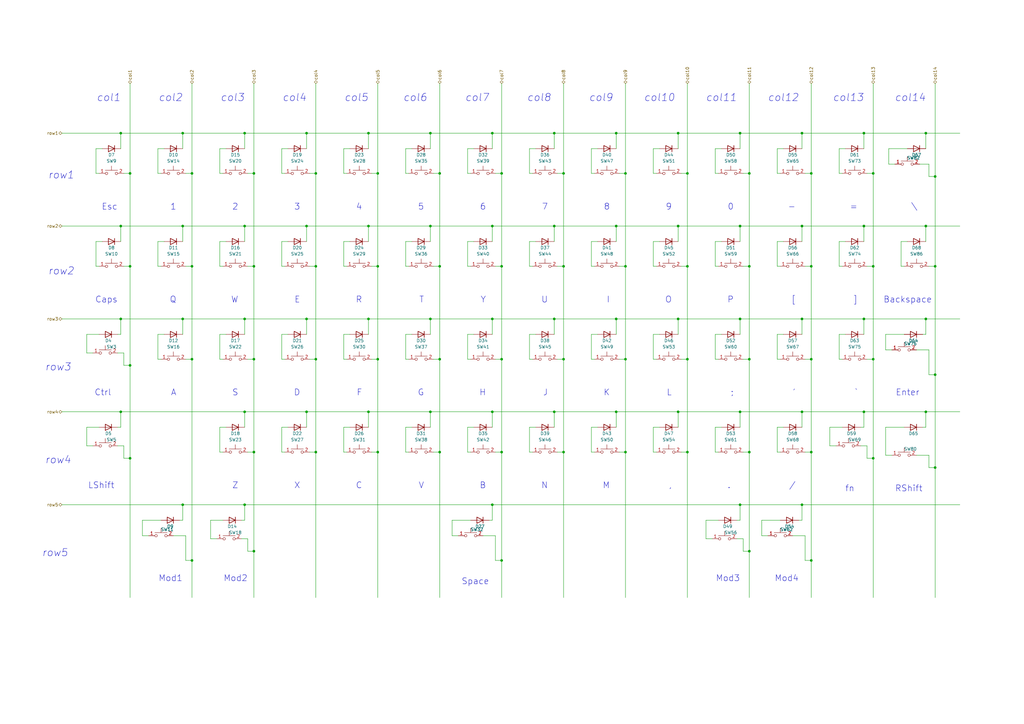
<source format=kicad_sch>
(kicad_sch (version 20211123) (generator eeschema)
  (paper "A3")
  (junction (at 205.74 229.87))
  (junction (at 383.54 153.67))
  (junction (at 125.73 92.71))
  (junction (at 176.53 168.91))
  (junction (at 104.14 109.22))
  (junction (at 100.33 168.91))
  (junction (at 78.74 109.22))
  (junction (at 180.34 147.32))
  (junction (at 379.73 168.91))
  (junction (at 176.53 54.61))
  (junction (at 354.33 54.61))
  (junction (at 205.74 71.12))
  (junction (at 358.14 187.96))
  (junction (at 328.93 92.71))
  (junction (at 129.54 109.22))
  (junction (at 154.94 71.12))
  (junction (at 354.33 130.81))
  (junction (at 303.53 168.91))
  (junction (at 332.74 109.22))
  (junction (at 180.34 71.12))
  (junction (at 358.14 147.32))
  (junction (at 201.93 207.01))
  (junction (at 53.34 71.12))
  (junction (at 256.54 185.42))
  (junction (at 303.53 207.01))
  (junction (at 256.54 71.12))
  (junction (at 383.54 109.22))
  (junction (at 379.73 92.71))
  (junction (at 53.34 109.22))
  (junction (at 307.34 147.32))
  (junction (at 205.74 109.22))
  (junction (at 307.34 109.22))
  (junction (at 205.74 147.32))
  (junction (at 227.33 92.71))
  (junction (at 383.54 72.39))
  (junction (at 201.93 168.91))
  (junction (at 154.94 185.42))
  (junction (at 227.33 54.61))
  (junction (at 252.73 54.61))
  (junction (at 278.13 54.61))
  (junction (at 129.54 147.32))
  (junction (at 49.53 168.91))
  (junction (at 227.33 130.81))
  (junction (at 328.93 168.91))
  (junction (at 100.33 54.61))
  (junction (at 303.53 92.71))
  (junction (at 49.53 130.81))
  (junction (at 278.13 168.91))
  (junction (at 100.33 207.01))
  (junction (at 303.53 130.81))
  (junction (at 201.93 130.81))
  (junction (at 74.93 207.01))
  (junction (at 383.54 191.77))
  (junction (at 227.33 168.91))
  (junction (at 332.74 147.32))
  (junction (at 104.14 147.32))
  (junction (at 49.53 92.71))
  (junction (at 332.74 185.42))
  (junction (at 176.53 92.71))
  (junction (at 201.93 92.71))
  (junction (at 151.13 92.71))
  (junction (at 125.73 130.81))
  (junction (at 252.73 130.81))
  (junction (at 78.74 147.32))
  (junction (at 104.14 226.06))
  (junction (at 49.53 54.61))
  (junction (at 104.14 185.42))
  (junction (at 303.53 54.61))
  (junction (at 281.94 185.42))
  (junction (at 328.93 54.61))
  (junction (at 281.94 109.22))
  (junction (at 125.73 168.91))
  (junction (at 151.13 54.61))
  (junction (at 231.14 185.42))
  (junction (at 281.94 147.32))
  (junction (at 53.34 149.86))
  (junction (at 307.34 71.12))
  (junction (at 104.14 71.12))
  (junction (at 151.13 130.81))
  (junction (at 154.94 147.32))
  (junction (at 201.93 54.61))
  (junction (at 129.54 71.12))
  (junction (at 354.33 168.91))
  (junction (at 358.14 109.22))
  (junction (at 180.34 185.42))
  (junction (at 53.34 187.96))
  (junction (at 125.73 54.61))
  (junction (at 278.13 130.81))
  (junction (at 78.74 71.12))
  (junction (at 332.74 229.87))
  (junction (at 151.13 168.91))
  (junction (at 78.74 229.87))
  (junction (at 379.73 130.81))
  (junction (at 328.93 130.81))
  (junction (at 256.54 147.32))
  (junction (at 231.14 109.22))
  (junction (at 74.93 54.61))
  (junction (at 354.33 92.71))
  (junction (at 176.53 130.81))
  (junction (at 74.93 130.81))
  (junction (at 74.93 92.71))
  (junction (at 307.34 226.06))
  (junction (at 129.54 185.42))
  (junction (at 332.74 71.12))
  (junction (at 307.34 185.42))
  (junction (at 100.33 92.71))
  (junction (at 278.13 92.71))
  (junction (at 256.54 109.22))
  (junction (at 358.14 71.12))
  (junction (at 379.73 54.61))
  (junction (at 154.94 109.22))
  (junction (at 100.33 130.81))
  (junction (at 252.73 92.71))
  (junction (at 231.14 147.32))
  (junction (at 252.73 168.91))
  (junction (at 281.94 71.12))
  (junction (at 231.14 71.12))
  (junction (at 180.34 109.22))
  (junction (at 205.74 185.42))
  (junction (at 328.93 207.01))
  (wire (pts (xy 90.17 60.96) (xy 90.17 71.12)))
  (wire (pts (xy 379.73 130.81) (xy 393.7 130.81)))
  (wire (pts (xy 355.6 147.32) (xy 358.14 147.32)))
  (wire (pts (xy 154.94 34.29) (xy 154.94 71.12)))
  (wire (pts (xy 180.34 71.12) (xy 180.34 109.22)))
  (wire (pts (xy 217.17 71.12) (xy 218.44 71.12)))
  (wire (pts (xy 293.37 60.96) (xy 293.37 71.12)))
  (wire (pts (xy 154.94 71.12) (xy 154.94 109.22)))
  (wire (pts (xy 353.06 182.88) (xy 355.6 182.88)))
  (wire (pts (xy 330.2 229.87) (xy 332.74 229.87)))
  (wire (pts (xy 228.6 185.42) (xy 231.14 185.42)))
  (wire (pts (xy 381 109.22) (xy 383.54 109.22)))
  (wire (pts (xy 140.97 147.32) (xy 142.24 147.32)))
  (wire (pts (xy 354.33 92.71) (xy 354.33 99.06)))
  (wire (pts (xy 100.33 130.81) (xy 100.33 137.16)))
  (wire (pts (xy 383.54 72.39) (xy 383.54 109.22)))
  (wire (pts (xy 217.17 99.06) (xy 217.17 109.22)))
  (wire (pts (xy 76.2 229.87) (xy 78.74 229.87)))
  (wire (pts (xy 227.33 54.61) (xy 252.73 54.61)))
  (wire (pts (xy 307.34 71.12) (xy 307.34 109.22)))
  (wire (pts (xy 379.73 92.71) (xy 393.7 92.71)))
  (wire (pts (xy 125.73 168.91) (xy 125.73 175.26)))
  (wire (pts (xy 203.2 147.32) (xy 205.74 147.32)))
  (wire (pts (xy 270.51 60.96) (xy 267.97 60.96)))
  (wire (pts (xy 191.77 185.42) (xy 193.04 185.42)))
  (wire (pts (xy 295.91 175.26) (xy 293.37 175.26)))
  (wire (pts (xy 118.11 60.96) (xy 115.57 60.96)))
  (wire (pts (xy 90.17 137.16) (xy 90.17 147.32)))
  (wire (pts (xy 330.2 109.22) (xy 332.74 109.22)))
  (wire (pts (xy 318.77 147.32) (xy 320.04 147.32)))
  (wire (pts (xy 76.2 147.32) (xy 78.74 147.32)))
  (wire (pts (xy 304.8 185.42) (xy 307.34 185.42)))
  (wire (pts (xy 118.11 175.26) (xy 115.57 175.26)))
  (wire (pts (xy 100.33 207.01) (xy 201.93 207.01)))
  (wire (pts (xy 252.73 130.81) (xy 278.13 130.81)))
  (wire (pts (xy 381 191.77) (xy 383.54 191.77)))
  (wire (pts (xy 203.2 71.12) (xy 205.74 71.12)))
  (wire (pts (xy 358.14 187.96) (xy 358.14 245.11)))
  (wire (pts (xy 231.14 109.22) (xy 231.14 147.32)))
  (wire (pts (xy 245.11 175.26) (xy 242.57 175.26)))
  (wire (pts (xy 115.57 109.22) (xy 116.84 109.22)))
  (wire (pts (xy 242.57 99.06) (xy 242.57 109.22)))
  (wire (pts (xy 293.37 99.06) (xy 293.37 109.22)))
  (wire (pts (xy 321.31 137.16) (xy 318.77 137.16)))
  (wire (pts (xy 252.73 168.91) (xy 278.13 168.91)))
  (wire (pts (xy 383.54 191.77) (xy 383.54 245.11)))
  (wire (pts (xy 25.4 207.01) (xy 74.93 207.01)))
  (wire (pts (xy 332.74 147.32) (xy 332.74 185.42)))
  (wire (pts (xy 307.34 147.32) (xy 307.34 185.42)))
  (wire (pts (xy 191.77 147.32) (xy 193.04 147.32)))
  (wire (pts (xy 25.4 92.71) (xy 49.53 92.71)))
  (wire (pts (xy 90.17 109.22) (xy 91.44 109.22)))
  (wire (pts (xy 278.13 54.61) (xy 303.53 54.61)))
  (wire (pts (xy 231.14 147.32) (xy 231.14 185.42)))
  (wire (pts (xy 379.73 175.26) (xy 379.73 168.91)))
  (wire (pts (xy 219.71 175.26) (xy 217.17 175.26)))
  (wire (pts (xy 53.34 149.86) (xy 53.34 187.96)))
  (wire (pts (xy 330.2 185.42) (xy 332.74 185.42)))
  (wire (pts (xy 383.54 153.67) (xy 383.54 191.77)))
  (wire (pts (xy 354.33 130.81) (xy 379.73 130.81)))
  (wire (pts (xy 332.74 34.29) (xy 332.74 71.12)))
  (wire (pts (xy 346.71 137.16) (xy 344.17 137.16)))
  (wire (pts (xy 345.44 175.26) (xy 340.36 175.26)))
  (wire (pts (xy 379.73 92.71) (xy 379.73 99.06)))
  (wire (pts (xy 281.94 71.12) (xy 281.94 109.22)))
  (wire (pts (xy 278.13 130.81) (xy 303.53 130.81)))
  (wire (pts (xy 267.97 71.12) (xy 269.24 71.12)))
  (wire (pts (xy 245.11 60.96) (xy 242.57 60.96)))
  (wire (pts (xy 358.14 109.22) (xy 358.14 147.32)))
  (wire (pts (xy 67.31 99.06) (xy 64.77 99.06)))
  (wire (pts (xy 180.34 147.32) (xy 180.34 185.42)))
  (wire (pts (xy 176.53 168.91) (xy 201.93 168.91)))
  (wire (pts (xy 194.31 99.06) (xy 191.77 99.06)))
  (wire (pts (xy 35.56 144.78) (xy 38.1 144.78)))
  (wire (pts (xy 193.04 213.36) (xy 185.42 213.36)))
  (wire (pts (xy 104.14 109.22) (xy 104.14 147.32)))
  (wire (pts (xy 332.74 71.12) (xy 332.74 109.22)))
  (wire (pts (xy 143.51 60.96) (xy 140.97 60.96)))
  (wire (pts (xy 321.31 99.06) (xy 318.77 99.06)))
  (wire (pts (xy 168.91 60.96) (xy 166.37 60.96)))
  (wire (pts (xy 328.93 130.81) (xy 354.33 130.81)))
  (wire (pts (xy 318.77 137.16) (xy 318.77 147.32)))
  (wire (pts (xy 64.77 71.12) (xy 66.04 71.12)))
  (wire (pts (xy 372.11 99.06) (xy 369.57 99.06)))
  (wire (pts (xy 129.54 185.42) (xy 129.54 245.11)))
  (wire (pts (xy 254 109.22) (xy 256.54 109.22)))
  (wire (pts (xy 176.53 54.61) (xy 201.93 54.61)))
  (wire (pts (xy 78.74 71.12) (xy 78.74 109.22)))
  (wire (pts (xy 383.54 34.29) (xy 383.54 72.39)))
  (wire (pts (xy 340.36 182.88) (xy 342.9 182.88)))
  (wire (pts (xy 217.17 60.96) (xy 217.17 71.12)))
  (wire (pts (xy 307.34 226.06) (xy 307.34 245.11)))
  (wire (pts (xy 180.34 185.42) (xy 180.34 245.11)))
  (wire (pts (xy 303.53 92.71) (xy 328.93 92.71)))
  (wire (pts (xy 383.54 109.22) (xy 383.54 153.67)))
  (wire (pts (xy 217.17 147.32) (xy 218.44 147.32)))
  (wire (pts (xy 231.14 71.12) (xy 231.14 109.22)))
  (wire (pts (xy 252.73 54.61) (xy 278.13 54.61)))
  (wire (pts (xy 252.73 130.81) (xy 252.73 137.16)))
  (wire (pts (xy 177.8 109.22) (xy 180.34 109.22)))
  (wire (pts (xy 245.11 137.16) (xy 242.57 137.16)))
  (wire (pts (xy 217.17 175.26) (xy 217.17 185.42)))
  (wire (pts (xy 104.14 34.29) (xy 104.14 71.12)))
  (wire (pts (xy 74.93 54.61) (xy 74.93 60.96)))
  (wire (pts (xy 281.94 147.32) (xy 281.94 185.42)))
  (wire (pts (xy 140.97 109.22) (xy 142.24 109.22)))
  (wire (pts (xy 256.54 109.22) (xy 256.54 147.32)))
  (wire (pts (xy 242.57 175.26) (xy 242.57 185.42)))
  (wire (pts (xy 198.12 219.71) (xy 203.2 219.71)))
  (wire (pts (xy 73.66 213.36) (xy 74.93 213.36)))
  (wire (pts (xy 363.22 143.51) (xy 365.76 143.51)))
  (wire (pts (xy 242.57 185.42) (xy 243.84 185.42)))
  (wire (pts (xy 278.13 92.71) (xy 303.53 92.71)))
  (wire (pts (xy 191.77 137.16) (xy 191.77 147.32)))
  (wire (pts (xy 201.93 54.61) (xy 201.93 60.96)))
  (wire (pts (xy 41.91 60.96) (xy 39.37 60.96)))
  (wire (pts (xy 180.34 34.29) (xy 180.34 71.12)))
  (wire (pts (xy 99.06 213.36) (xy 100.33 213.36)))
  (wire (pts (xy 242.57 109.22) (xy 243.84 109.22)))
  (wire (pts (xy 289.56 220.98) (xy 292.1 220.98)))
  (wire (pts (xy 74.93 92.71) (xy 74.93 99.06)))
  (wire (pts (xy 201.93 168.91) (xy 201.93 175.26)))
  (wire (pts (xy 231.14 185.42) (xy 231.14 245.11)))
  (wire (pts (xy 227.33 168.91) (xy 227.33 175.26)))
  (wire (pts (xy 231.14 34.29) (xy 231.14 71.12)))
  (wire (pts (xy 295.91 137.16) (xy 293.37 137.16)))
  (wire (pts (xy 281.94 109.22) (xy 281.94 147.32)))
  (wire (pts (xy 168.91 137.16) (xy 166.37 137.16)))
  (wire (pts (xy 177.8 185.42) (xy 180.34 185.42)))
  (wire (pts (xy 100.33 92.71) (xy 125.73 92.71)))
  (wire (pts (xy 67.31 60.96) (xy 64.77 60.96)))
  (wire (pts (xy 78.74 229.87) (xy 78.74 245.11)))
  (wire (pts (xy 58.42 213.36) (xy 58.42 219.71)))
  (wire (pts (xy 64.77 147.32) (xy 66.04 147.32)))
  (wire (pts (xy 328.93 54.61) (xy 354.33 54.61)))
  (wire (pts (xy 152.4 185.42) (xy 154.94 185.42)))
  (wire (pts (xy 293.37 175.26) (xy 293.37 185.42)))
  (wire (pts (xy 92.71 137.16) (xy 90.17 137.16)))
  (wire (pts (xy 332.74 229.87) (xy 332.74 245.11)))
  (wire (pts (xy 355.6 109.22) (xy 358.14 109.22)))
  (wire (pts (xy 278.13 54.61) (xy 278.13 60.96)))
  (wire (pts (xy 101.6 71.12) (xy 104.14 71.12)))
  (wire (pts (xy 228.6 71.12) (xy 231.14 71.12)))
  (wire (pts (xy 74.93 130.81) (xy 74.93 137.16)))
  (wire (pts (xy 303.53 130.81) (xy 328.93 130.81)))
  (wire (pts (xy 151.13 130.81) (xy 151.13 137.16)))
  (wire (pts (xy 318.77 71.12) (xy 320.04 71.12)))
  (wire (pts (xy 303.53 168.91) (xy 328.93 168.91)))
  (wire (pts (xy 53.34 109.22) (xy 53.34 149.86)))
  (wire (pts (xy 354.33 54.61) (xy 379.73 54.61)))
  (wire (pts (xy 151.13 168.91) (xy 151.13 175.26)))
  (wire (pts (xy 328.93 130.81) (xy 328.93 137.16)))
  (wire (pts (xy 191.77 175.26) (xy 191.77 185.42)))
  (wire (pts (xy 64.77 137.16) (xy 64.77 147.32)))
  (wire (pts (xy 152.4 147.32) (xy 154.94 147.32)))
  (wire (pts (xy 227.33 92.71) (xy 227.33 99.06)))
  (wire (pts (xy 48.26 137.16) (xy 49.53 137.16)))
  (wire (pts (xy 364.49 67.31) (xy 367.03 67.31)))
  (wire (pts (xy 25.4 54.61) (xy 49.53 54.61)))
  (wire (pts (xy 101.6 220.98) (xy 101.6 226.06)))
  (wire (pts (xy 289.56 213.36) (xy 289.56 220.98)))
  (wire (pts (xy 364.49 60.96) (xy 372.11 60.96)))
  (wire (pts (xy 358.14 71.12) (xy 358.14 109.22)))
  (wire (pts (xy 74.93 207.01) (xy 100.33 207.01)))
  (wire (pts (xy 303.53 54.61) (xy 303.53 60.96)))
  (wire (pts (xy 295.91 60.96) (xy 293.37 60.96)))
  (wire (pts (xy 293.37 185.42) (xy 294.64 185.42)))
  (wire (pts (xy 49.53 130.81) (xy 74.93 130.81)))
  (wire (pts (xy 74.93 54.61) (xy 100.33 54.61)))
  (wire (pts (xy 267.97 60.96) (xy 267.97 71.12)))
  (wire (pts (xy 346.71 60.96) (xy 344.17 60.96)))
  (wire (pts (xy 363.22 186.69) (xy 365.76 186.69)))
  (wire (pts (xy 49.53 54.61) (xy 49.53 60.96)))
  (wire (pts (xy 205.74 34.29) (xy 205.74 71.12)))
  (wire (pts (xy 318.77 109.22) (xy 320.04 109.22)))
  (wire (pts (xy 318.77 185.42) (xy 320.04 185.42)))
  (wire (pts (xy 101.6 226.06) (xy 104.14 226.06)))
  (wire (pts (xy 344.17 99.06) (xy 344.17 109.22)))
  (wire (pts (xy 152.4 109.22) (xy 154.94 109.22)))
  (wire (pts (xy 304.8 226.06) (xy 307.34 226.06)))
  (wire (pts (xy 281.94 34.29) (xy 281.94 71.12)))
  (wire (pts (xy 191.77 109.22) (xy 193.04 109.22)))
  (wire (pts (xy 381 143.51) (xy 381 153.67)))
  (wire (pts (xy 41.91 99.06) (xy 39.37 99.06)))
  (wire (pts (xy 125.73 130.81) (xy 125.73 137.16)))
  (wire (pts (xy 90.17 71.12) (xy 91.44 71.12)))
  (wire (pts (xy 256.54 71.12) (xy 256.54 109.22)))
  (wire (pts (xy 303.53 213.36) (xy 303.53 207.01)))
  (wire (pts (xy 151.13 54.61) (xy 151.13 60.96)))
  (wire (pts (xy 49.53 137.16) (xy 49.53 130.81)))
  (wire (pts (xy 129.54 109.22) (xy 129.54 147.32)))
  (wire (pts (xy 270.51 175.26) (xy 267.97 175.26)))
  (wire (pts (xy 228.6 147.32) (xy 231.14 147.32)))
  (wire (pts (xy 321.31 175.26) (xy 318.77 175.26)))
  (wire (pts (xy 325.12 219.71) (xy 330.2 219.71)))
  (wire (pts (xy 35.56 137.16) (xy 35.56 144.78)))
  (wire (pts (xy 219.71 60.96) (xy 217.17 60.96)))
  (wire (pts (xy 205.74 109.22) (xy 205.74 147.32)))
  (wire (pts (xy 50.8 109.22) (xy 53.34 109.22)))
  (wire (pts (xy 125.73 130.81) (xy 151.13 130.81)))
  (wire (pts (xy 176.53 130.81) (xy 176.53 137.16)))
  (wire (pts (xy 143.51 99.06) (xy 140.97 99.06)))
  (wire (pts (xy 166.37 71.12) (xy 167.64 71.12)))
  (wire (pts (xy 302.26 220.98) (xy 304.8 220.98)))
  (wire (pts (xy 191.77 99.06) (xy 191.77 109.22)))
  (wire (pts (xy 66.04 213.36) (xy 58.42 213.36)))
  (wire (pts (xy 379.73 54.61) (xy 393.7 54.61)))
  (wire (pts (xy 205.74 71.12) (xy 205.74 109.22)))
  (wire (pts (xy 242.57 60.96) (xy 242.57 71.12)))
  (wire (pts (xy 242.57 137.16) (xy 242.57 147.32)))
  (wire (pts (xy 344.17 109.22) (xy 345.44 109.22)))
  (wire (pts (xy 201.93 130.81) (xy 201.93 137.16)))
  (wire (pts (xy 203.2 185.42) (xy 205.74 185.42)))
  (wire (pts (xy 358.14 34.29) (xy 358.14 71.12)))
  (wire (pts (xy 278.13 92.71) (xy 278.13 99.06)))
  (wire (pts (xy 91.44 213.36) (xy 86.36 213.36)))
  (wire (pts (xy 140.97 71.12) (xy 142.24 71.12)))
  (wire (pts (xy 78.74 147.32) (xy 78.74 229.87)))
  (wire (pts (xy 74.93 92.71) (xy 100.33 92.71)))
  (wire (pts (xy 267.97 137.16) (xy 267.97 147.32)))
  (wire (pts (xy 100.33 54.61) (xy 125.73 54.61)))
  (wire (pts (xy 176.53 92.71) (xy 176.53 99.06)))
  (wire (pts (xy 104.14 71.12) (xy 104.14 109.22)))
  (wire (pts (xy 53.34 187.96) (xy 53.34 245.11)))
  (wire (pts (xy 256.54 147.32) (xy 256.54 185.42)))
  (wire (pts (xy 100.33 168.91) (xy 100.33 175.26)))
  (wire (pts (xy 100.33 168.91) (xy 125.73 168.91)))
  (wire (pts (xy 205.74 229.87) (xy 205.74 245.11)))
  (wire (pts (xy 92.71 175.26) (xy 90.17 175.26)))
  (wire (pts (xy 205.74 185.42) (xy 205.74 229.87)))
  (wire (pts (xy 370.84 175.26) (xy 363.22 175.26)))
  (wire (pts (xy 125.73 54.61) (xy 125.73 60.96)))
  (wire (pts (xy 318.77 99.06) (xy 318.77 109.22)))
  (wire (pts (xy 332.74 109.22) (xy 332.74 147.32)))
  (wire (pts (xy 201.93 92.71) (xy 227.33 92.71)))
  (wire (pts (xy 227.33 130.81) (xy 227.33 137.16)))
  (wire (pts (xy 50.8 182.88) (xy 50.8 187.96)))
  (wire (pts (xy 151.13 54.61) (xy 176.53 54.61)))
  (wire (pts (xy 219.71 99.06) (xy 217.17 99.06)))
  (wire (pts (xy 344.17 137.16) (xy 344.17 147.32)))
  (wire (pts (xy 354.33 92.71) (xy 379.73 92.71)))
  (wire (pts (xy 278.13 168.91) (xy 278.13 175.26)))
  (wire (pts (xy 293.37 147.32) (xy 294.64 147.32)))
  (wire (pts (xy 129.54 71.12) (xy 129.54 109.22)))
  (wire (pts (xy 194.31 175.26) (xy 191.77 175.26)))
  (wire (pts (xy 115.57 71.12) (xy 116.84 71.12)))
  (wire (pts (xy 176.53 168.91) (xy 176.53 175.26)))
  (wire (pts (xy 166.37 99.06) (xy 166.37 109.22)))
  (wire (pts (xy 328.93 168.91) (xy 328.93 175.26)))
  (wire (pts (xy 115.57 175.26) (xy 115.57 185.42)))
  (wire (pts (xy 176.53 130.81) (xy 201.93 130.81)))
  (wire (pts (xy 281.94 185.42) (xy 281.94 245.11)))
  (wire (pts (xy 166.37 185.42) (xy 167.64 185.42)))
  (wire (pts (xy 201.93 92.71) (xy 201.93 99.06)))
  (wire (pts (xy 168.91 99.06) (xy 166.37 99.06)))
  (wire (pts (xy 76.2 71.12) (xy 78.74 71.12)))
  (wire (pts (xy 39.37 71.12) (xy 40.64 71.12)))
  (wire (pts (xy 151.13 130.81) (xy 176.53 130.81)))
  (wire (pts (xy 166.37 147.32) (xy 167.64 147.32)))
  (wire (pts (xy 166.37 175.26) (xy 166.37 185.42)))
  (wire (pts (xy 279.4 185.42) (xy 281.94 185.42)))
  (wire (pts (xy 104.14 185.42) (xy 104.14 226.06)))
  (wire (pts (xy 125.73 92.71) (xy 125.73 99.06)))
  (wire (pts (xy 304.8 109.22) (xy 307.34 109.22)))
  (wire (pts (xy 67.31 137.16) (xy 64.77 137.16)))
  (wire (pts (xy 180.34 109.22) (xy 180.34 147.32)))
  (wire (pts (xy 205.74 147.32) (xy 205.74 185.42)))
  (wire (pts (xy 378.46 175.26) (xy 379.73 175.26)))
  (wire (pts (xy 140.97 99.06) (xy 140.97 109.22)))
  (wire (pts (xy 312.42 213.36) (xy 312.42 219.71)))
  (wire (pts (xy 303.53 92.71) (xy 303.53 99.06)))
  (wire (pts (xy 328.93 207.01) (xy 393.7 207.01)))
  (wire (pts (xy 217.17 109.22) (xy 218.44 109.22)))
  (wire (pts (xy 35.56 182.88) (xy 38.1 182.88)))
  (wire (pts (xy 90.17 99.06) (xy 90.17 109.22)))
  (wire (pts (xy 39.37 99.06) (xy 39.37 109.22)))
  (wire (pts (xy 125.73 168.91) (xy 151.13 168.91)))
  (wire (pts (xy 375.92 143.51) (xy 381 143.51)))
  (wire (pts (xy 344.17 71.12) (xy 345.44 71.12)))
  (wire (pts (xy 50.8 187.96) (xy 53.34 187.96)))
  (wire (pts (xy 49.53 175.26) (xy 49.53 168.91)))
  (wire (pts (xy 115.57 60.96) (xy 115.57 71.12)))
  (wire (pts (xy 78.74 34.29) (xy 78.74 71.12)))
  (wire (pts (xy 53.34 34.29) (xy 53.34 71.12)))
  (wire (pts (xy 358.14 147.32) (xy 358.14 187.96)))
  (wire (pts (xy 381 186.69) (xy 381 191.77)))
  (wire (pts (xy 152.4 71.12) (xy 154.94 71.12)))
  (wire (pts (xy 48.26 144.78) (xy 50.8 144.78)))
  (wire (pts (xy 318.77 60.96) (xy 318.77 71.12)))
  (wire (pts (xy 278.13 130.81) (xy 278.13 137.16)))
  (wire (pts (xy 200.66 213.36) (xy 201.93 213.36)))
  (wire (pts (xy 279.4 109.22) (xy 281.94 109.22)))
  (wire (pts (xy 194.31 60.96) (xy 191.77 60.96)))
  (wire (pts (xy 294.64 213.36) (xy 289.56 213.36)))
  (wire (pts (xy 369.57 109.22) (xy 370.84 109.22)))
  (wire (pts (xy 219.71 137.16) (xy 217.17 137.16)))
  (wire (pts (xy 332.74 185.42) (xy 332.74 229.87)))
  (wire (pts (xy 176.53 54.61) (xy 176.53 60.96)))
  (wire (pts (xy 78.74 109.22) (xy 78.74 147.32)))
  (wire (pts (xy 354.33 130.81) (xy 354.33 137.16)))
  (wire (pts (xy 363.22 175.26) (xy 363.22 186.69)))
  (wire (pts (xy 48.26 182.88) (xy 50.8 182.88)))
  (wire (pts (xy 50.8 71.12) (xy 53.34 71.12)))
  (wire (pts (xy 303.53 130.81) (xy 303.53 137.16)))
  (wire (pts (xy 127 109.22) (xy 129.54 109.22)))
  (wire (pts (xy 217.17 137.16) (xy 217.17 147.32)))
  (wire (pts (xy 49.53 54.61) (xy 74.93 54.61)))
  (wire (pts (xy 355.6 187.96) (xy 358.14 187.96)))
  (wire (pts (xy 344.17 147.32) (xy 345.44 147.32)))
  (wire (pts (xy 154.94 147.32) (xy 154.94 185.42)))
  (wire (pts (xy 381 67.31) (xy 381 72.39)))
  (wire (pts (xy 307.34 109.22) (xy 307.34 147.32)))
  (wire (pts (xy 381 72.39) (xy 383.54 72.39)))
  (wire (pts (xy 379.73 54.61) (xy 379.73 60.96)))
  (wire (pts (xy 363.22 137.16) (xy 363.22 143.51)))
  (wire (pts (xy 378.46 137.16) (xy 379.73 137.16)))
  (wire (pts (xy 252.73 92.71) (xy 252.73 99.06)))
  (wire (pts (xy 25.4 168.91) (xy 49.53 168.91)))
  (wire (pts (xy 100.33 54.61) (xy 100.33 60.96)))
  (wire (pts (xy 377.19 67.31) (xy 381 67.31)))
  (wire (pts (xy 369.57 99.06) (xy 369.57 109.22)))
  (wire (pts (xy 303.53 54.61) (xy 328.93 54.61)))
  (wire (pts (xy 267.97 185.42) (xy 269.24 185.42)))
  (wire (pts (xy 295.91 99.06) (xy 293.37 99.06)))
  (wire (pts (xy 354.33 168.91) (xy 379.73 168.91)))
  (wire (pts (xy 140.97 60.96) (xy 140.97 71.12)))
  (wire (pts (xy 303.53 168.91) (xy 303.53 175.26)))
  (wire (pts (xy 64.77 109.22) (xy 66.04 109.22)))
  (wire (pts (xy 50.8 144.78) (xy 50.8 149.86)))
  (wire (pts (xy 125.73 92.71) (xy 151.13 92.71)))
  (wire (pts (xy 166.37 60.96) (xy 166.37 71.12)))
  (wire (pts (xy 86.36 213.36) (xy 86.36 220.98)))
  (wire (pts (xy 254 185.42) (xy 256.54 185.42)))
  (wire (pts (xy 330.2 71.12) (xy 332.74 71.12)))
  (wire (pts (xy 267.97 147.32) (xy 269.24 147.32)))
  (wire (pts (xy 279.4 147.32) (xy 281.94 147.32)))
  (wire (pts (xy 118.11 137.16) (xy 115.57 137.16)))
  (wire (pts (xy 267.97 109.22) (xy 269.24 109.22)))
  (wire (pts (xy 203.2 219.71) (xy 203.2 229.87)))
  (wire (pts (xy 140.97 137.16) (xy 140.97 147.32)))
  (wire (pts (xy 176.53 92.71) (xy 201.93 92.71)))
  (wire (pts (xy 100.33 130.81) (xy 125.73 130.81)))
  (wire (pts (xy 227.33 54.61) (xy 227.33 60.96)))
  (wire (pts (xy 191.77 60.96) (xy 191.77 71.12)))
  (wire (pts (xy 364.49 67.31) (xy 364.49 60.96)))
  (wire (pts (xy 118.11 99.06) (xy 115.57 99.06)))
  (wire (pts (xy 140.97 175.26) (xy 140.97 185.42)))
  (wire (pts (xy 379.73 137.16) (xy 379.73 130.81)))
  (wire (pts (xy 71.12 219.71) (xy 76.2 219.71)))
  (wire (pts (xy 50.8 149.86) (xy 53.34 149.86)))
  (wire (pts (xy 381 153.67) (xy 383.54 153.67)))
  (wire (pts (xy 185.42 219.71) (xy 187.96 219.71)))
  (wire (pts (xy 115.57 147.32) (xy 116.84 147.32)))
  (wire (pts (xy 270.51 137.16) (xy 267.97 137.16)))
  (wire (pts (xy 312.42 219.71) (xy 314.96 219.71)))
  (wire (pts (xy 90.17 185.42) (xy 91.44 185.42)))
  (wire (pts (xy 321.31 60.96) (xy 318.77 60.96)))
  (wire (pts (xy 100.33 92.71) (xy 100.33 99.06)))
  (wire (pts (xy 228.6 109.22) (xy 231.14 109.22)))
  (wire (pts (xy 293.37 71.12) (xy 294.64 71.12)))
  (wire (pts (xy 304.8 147.32) (xy 307.34 147.32)))
  (wire (pts (xy 278.13 168.91) (xy 303.53 168.91)))
  (wire (pts (xy 40.64 137.16) (xy 35.56 137.16)))
  (wire (pts (xy 115.57 99.06) (xy 115.57 109.22)))
  (wire (pts (xy 39.37 60.96) (xy 39.37 71.12)))
  (wire (pts (xy 90.17 147.32) (xy 91.44 147.32)))
  (wire (pts (xy 303.53 207.01) (xy 328.93 207.01)))
  (wire (pts (xy 92.71 99.06) (xy 90.17 99.06)))
  (wire (pts (xy 101.6 147.32) (xy 104.14 147.32)))
  (wire (pts (xy 227.33 168.91) (xy 252.73 168.91)))
  (wire (pts (xy 256.54 185.42) (xy 256.54 245.11)))
  (wire (pts (xy 304.8 71.12) (xy 307.34 71.12)))
  (wire (pts (xy 127 185.42) (xy 129.54 185.42)))
  (wire (pts (xy 252.73 92.71) (xy 278.13 92.71)))
  (wire (pts (xy 100.33 213.36) (xy 100.33 207.01)))
  (wire (pts (xy 76.2 219.71) (xy 76.2 229.87)))
  (wire (pts (xy 330.2 147.32) (xy 332.74 147.32)))
  (wire (pts (xy 127 71.12) (xy 129.54 71.12)))
  (wire (pts (xy 302.26 213.36) (xy 303.53 213.36)))
  (wire (pts (xy 48.26 175.26) (xy 49.53 175.26)))
  (wire (pts (xy 151.13 92.71) (xy 176.53 92.71)))
  (wire (pts (xy 340.36 175.26) (xy 340.36 182.88)))
  (wire (pts (xy 74.93 130.81) (xy 100.33 130.81)))
  (wire (pts (xy 166.37 137.16) (xy 166.37 147.32)))
  (wire (pts (xy 254 71.12) (xy 256.54 71.12)))
  (wire (pts (xy 252.73 168.91) (xy 252.73 175.26)))
  (wire (pts (xy 355.6 182.88) (xy 355.6 187.96)))
  (wire (pts (xy 35.56 175.26) (xy 35.56 182.88)))
  (wire (pts (xy 143.51 137.16) (xy 140.97 137.16)))
  (wire (pts (xy 267.97 175.26) (xy 267.97 185.42)))
  (wire (pts (xy 101.6 109.22) (xy 104.14 109.22)))
  (wire (pts (xy 330.2 219.71) (xy 330.2 229.87)))
  (wire (pts (xy 40.64 175.26) (xy 35.56 175.26)))
  (wire (pts (xy 104.14 147.32) (xy 104.14 185.42)))
  (wire (pts (xy 64.77 99.06) (xy 64.77 109.22)))
  (wire (pts (xy 254 147.32) (xy 256.54 147.32)))
  (wire (pts (xy 227.33 92.71) (xy 252.73 92.71)))
  (wire (pts (xy 227.33 130.81) (xy 252.73 130.81)))
  (wire (pts (xy 203.2 229.87) (xy 205.74 229.87)))
  (wire (pts (xy 256.54 34.29) (xy 256.54 71.12)))
  (wire (pts (xy 328.93 92.71) (xy 354.33 92.71)))
  (wire (pts (xy 293.37 109.22) (xy 294.64 109.22)))
  (wire (pts (xy 127 147.32) (xy 129.54 147.32)))
  (wire (pts (xy 154.94 185.42) (xy 154.94 245.11)))
  (wire (pts (xy 355.6 71.12) (xy 358.14 71.12)))
  (wire (pts (xy 327.66 213.36) (xy 328.93 213.36)))
  (wire (pts (xy 53.34 71.12) (xy 53.34 109.22)))
  (wire (pts (xy 151.13 168.91) (xy 176.53 168.91)))
  (wire (pts (xy 201.93 207.01) (xy 303.53 207.01)))
  (wire (pts (xy 328.93 168.91) (xy 354.33 168.91)))
  (wire (pts (xy 58.42 219.71) (xy 60.96 219.71)))
  (wire (pts (xy 270.51 99.06) (xy 267.97 99.06)))
  (wire (pts (xy 166.37 109.22) (xy 167.64 109.22)))
  (wire (pts (xy 129.54 34.29) (xy 129.54 71.12)))
  (wire (pts (xy 194.31 137.16) (xy 191.77 137.16)))
  (wire (pts (xy 320.04 213.36) (xy 312.42 213.36)))
  (wire (pts (xy 201.93 168.91) (xy 227.33 168.91)))
  (wire (pts (xy 129.54 147.32) (xy 129.54 185.42)))
  (wire (pts (xy 245.11 99.06) (xy 242.57 99.06)))
  (wire (pts (xy 49.53 92.71) (xy 74.93 92.71)))
  (wire (pts (xy 125.73 54.61) (xy 151.13 54.61)))
  (wire (pts (xy 344.17 60.96) (xy 344.17 71.12)))
  (wire (pts (xy 267.97 99.06) (xy 267.97 109.22)))
  (wire (pts (xy 346.71 99.06) (xy 344.17 99.06)))
  (wire (pts (xy 370.84 137.16) (xy 363.22 137.16)))
  (wire (pts (xy 328.93 92.71) (xy 328.93 99.06)))
  (wire (pts (xy 115.57 137.16) (xy 115.57 147.32)))
  (wire (pts (xy 140.97 185.42) (xy 142.24 185.42)))
  (wire (pts (xy 242.57 147.32) (xy 243.84 147.32)))
  (wire (pts (xy 168.91 175.26) (xy 166.37 175.26)))
  (wire (pts (xy 86.36 220.98) (xy 88.9 220.98)))
  (wire (pts (xy 279.4 71.12) (xy 281.94 71.12)))
  (wire (pts (xy 74.93 213.36) (xy 74.93 207.01)))
  (wire (pts (xy 90.17 175.26) (xy 90.17 185.42)))
  (wire (pts (xy 379.73 168.91) (xy 393.7 168.91)))
  (wire (pts (xy 328.93 213.36) (xy 328.93 207.01)))
  (wire (pts (xy 151.13 92.71) (xy 151.13 99.06)))
  (wire (pts (xy 64.77 60.96) (xy 64.77 71.12)))
  (wire (pts (xy 154.94 109.22) (xy 154.94 147.32)))
  (wire (pts (xy 354.33 54.61) (xy 354.33 60.96)))
  (wire (pts (xy 307.34 34.29) (xy 307.34 71.12)))
  (wire (pts (xy 375.92 186.69) (xy 381 186.69)))
  (wire (pts (xy 177.8 147.32) (xy 180.34 147.32)))
  (wire (pts (xy 318.77 175.26) (xy 318.77 185.42)))
  (wire (pts (xy 293.37 137.16) (xy 293.37 147.32)))
  (wire (pts (xy 143.51 175.26) (xy 140.97 175.26)))
  (wire (pts (xy 307.34 185.42) (xy 307.34 226.06)))
  (wire (pts (xy 76.2 109.22) (xy 78.74 109.22)))
  (wire (pts (xy 354.33 175.26) (xy 354.33 168.91)))
  (wire (pts (xy 104.14 226.06) (xy 104.14 245.11)))
  (wire (pts (xy 201.93 213.36) (xy 201.93 207.01)))
  (wire (pts (xy 49.53 168.91) (xy 100.33 168.91)))
  (wire (pts (xy 39.37 109.22) (xy 40.64 109.22)))
  (wire (pts (xy 252.73 54.61) (xy 252.73 60.96)))
  (wire (pts (xy 191.77 71.12) (xy 193.04 71.12)))
  (wire (pts (xy 328.93 54.61) (xy 328.93 60.96)))
  (wire (pts (xy 353.06 175.26) (xy 354.33 175.26)))
  (wire (pts (xy 201.93 54.61) (xy 227.33 54.61)))
  (wire (pts (xy 25.4 130.81) (xy 49.53 130.81)))
  (wire (pts (xy 201.93 130.81) (xy 227.33 130.81)))
  (wire (pts (xy 304.8 220.98) (xy 304.8 226.06)))
  (wire (pts (xy 185.42 213.36) (xy 185.42 219.71)))
  (wire (pts (xy 101.6 185.42) (xy 104.14 185.42)))
  (wire (pts (xy 115.57 185.42) (xy 116.84 185.42)))
  (wire (pts (xy 49.53 92.71) (xy 49.53 99.06)))
  (wire (pts (xy 92.71 60.96) (xy 90.17 60.96)))
  (wire (pts (xy 99.06 220.98) (xy 101.6 220.98)))
  (wire (pts (xy 203.2 109.22) (xy 205.74 109.22)))
  (wire (pts (xy 242.57 71.12) (xy 243.84 71.12)))
  (wire (pts (xy 177.8 71.12) (xy 180.34 71.12)))
  (wire (pts (xy 217.17 185.42) (xy 218.44 185.42)))
  (text "col1" (at 49.53 41.91 180) (effects (font (size 3 3) italic) (justify right bottom)))
  (text "`" (at 351.79 162.56 180) (effects (font (size 2.5 2.5)) (justify right bottom)))
  (text "'" (at 326.39 162.56 180) (effects (font (size 2.5 2.5)) (justify right bottom)))
  (text "col3" (at 100.33 41.91 180) (effects (font (size 3 3) italic) (justify right bottom)))
  (text "=" (at 351.79 86.36 180) (effects (font (size 2.5 2.5)) (justify right bottom)))
  (text "Mod2" (at 101.6 238.76 180) (effects (font (size 2.5 2.5)) (justify right bottom)))
  (text "row1" (at 30.48 73.66 180) (effects (font (size 3 3) italic) (justify right bottom)))
  (text "col9" (at 251.46 41.91 180) (effects (font (size 3 3) italic) (justify right bottom)))
  (text "col6" (at 175.26 41.91 180) (effects (font (size 3 3) italic) (justify right bottom)))
  (text "9" (at 275.59 86.36 180) (effects (font (size 2.5 2.5)) (justify right bottom)))
  (text "G" (at 173.99 162.56 180) (effects (font (size 2.5 2.5)) (justify right bottom)))
  (text "N" (at 224.79 200.66 180) (effects (font (size 2.5 2.5)) (justify right bottom)))
  (text "H" (at 199.39 162.56 180) (effects (font (size 2.5 2.5)) (justify right bottom)))
  (text "Mod3" (at 303.53 238.76 180) (effects (font (size 2.5 2.5)) (justify right bottom)))
  (text "L" (at 275.59 162.56 180) (effects (font (size 2.5 2.5)) (justify right bottom)))
  (text "4" (at 148.59 86.36 180) (effects (font (size 2.5 2.5)) (justify right bottom)))
  (text "P" (at 300.99 124.46 180) (effects (font (size 2.5 2.5)) (justify right bottom)))
  (text "col13" (at 354.33 41.91 180) (effects (font (size 3 3) italic) (justify right bottom)))
  (text "A" (at 72.39 162.56 180) (effects (font (size 2.5 2.5)) (justify right bottom)))
  (text "7" (at 224.79 86.36 180) (effects (font (size 2.5 2.5)) (justify right bottom)))
  (text "M" (at 250.19 200.66 180) (effects (font (size 2.5 2.5)) (justify right bottom)))
  (text "col4" (at 125.73 41.91 180) (effects (font (size 3 3) italic) (justify right bottom)))
  (text "Backspace" (at 382.27 124.46 180) (effects (font (size 2.5 2.5)) (justify right bottom)))
  (text "[" (at 326.39 124.46 180) (effects (font (size 2.5 2.5)) (justify right bottom)))
  (text ";" (at 300.99 162.56 180) (effects (font (size 2.5 2.5)) (justify right bottom)))
  (text "5" (at 173.99 86.36 180) (effects (font (size 2.5 2.5)) (justify right bottom)))
  (text "Z" (at 97.79 200.66 180) (effects (font (size 2.5 2.5)) (justify right bottom)))
  (text "col14" (at 379.73 41.91 180) (effects (font (size 3 3) italic) (justify right bottom)))
  (text "0" (at 300.99 86.36 180) (effects (font (size 2.5 2.5)) (justify right bottom)))
  (text "col11" (at 302.26 41.91 180) (effects (font (size 3 3) italic) (justify right bottom)))
  (text "B" (at 199.39 200.66 180) (effects (font (size 2.5 2.5)) (justify right bottom)))
  (text "V" (at 173.99 200.66 180) (effects (font (size 2.5 2.5)) (justify right bottom)))
  (text "D" (at 123.19 162.56 180) (effects (font (size 2.5 2.5)) (justify right bottom)))
  (text "fn" (at 350.52 201.93 180) (effects (font (size 2.5 2.5)) (justify right bottom)))
  (text "C" (at 148.59 200.66 180) (effects (font (size 2.5 2.5)) (justify right bottom)))
  (text "F" (at 148.59 162.56 180) (effects (font (size 2.5 2.5)) (justify right bottom)))
  (text "." (at 299.72 200.66 180) (effects (font (size 2.5 2.5)) (justify right bottom)))
  (text "Q" (at 72.39 124.46 180) (effects (font (size 2.5 2.5)) (justify right bottom)))
  (text "U" (at 224.79 124.46 180) (effects (font (size 2.5 2.5)) (justify right bottom)))
  (text "X" (at 123.19 200.66 180) (effects (font (size 2.5 2.5)) (justify right bottom)))
  (text "O" (at 275.59 124.46 180) (effects (font (size 2.5 2.5)) (justify right bottom)))
  (text "col12" (at 327.66 41.91 180) (effects (font (size 3 3) italic) (justify right bottom)))
  (text "-" (at 326.39 86.36 180) (effects (font (size 2.5 2.5)) (justify right bottom)))
  (text "6" (at 199.39 86.36 180) (effects (font (size 2.5 2.5)) (justify right bottom)))
  (text "RShift" (at 378.46 201.93 180) (effects (font (size 2.5 2.5)) (justify right bottom)))
  (text "\\" (at 375.92 86.36 180) (effects (font (size 2.5 2.5)) (justify right bottom)))
  (text "row3" (at 29.21 152.4 180) (effects (font (size 3 3) italic) (justify right bottom)))
  (text "LShift" (at 46.99 200.66 180) (effects (font (size 2.5 2.5)) (justify right bottom)))
  (text "row5" (at 27.94 228.6 180) (effects (font (size 3 3) italic) (justify right bottom)))
  (text "col10" (at 276.86 41.91 180) (effects (font (size 3 3) italic) (justify right bottom)))
  (text "Mod1" (at 74.93 238.76 180) (effects (font (size 2.5 2.5)) (justify right bottom)))
  (text "E" (at 123.19 124.46 180) (effects (font (size 2.5 2.5)) (justify right bottom)))
  (text "Space" (at 200.66 240.03 180) (effects (font (size 2.5 2.5)) (justify right bottom)))
  (text "K" (at 250.19 162.56 180) (effects (font (size 2.5 2.5)) (justify right bottom)))
  (text "Esc" (at 48.26 86.36 180) (effects (font (size 2.5 2.5)) (justify right bottom)))
  (text "," (at 275.59 200.66 180) (effects (font (size 2.5 2.5)) (justify right bottom)))
  (text "/" (at 326.39 200.66 180) (effects (font (size 2.5 2.5)) (justify right bottom)))
  (text "Y" (at 199.39 124.46 180) (effects (font (size 2.5 2.5)) (justify right bottom)))
  (text "col5" (at 151.13 41.91 180) (effects (font (size 3 3) italic) (justify right bottom)))
  (text "3" (at 123.19 86.36 180) (effects (font (size 2.5 2.5)) (justify right bottom)))
  (text "col7" (at 200.66 41.91 180) (effects (font (size 3 3) italic) (justify right bottom)))
  (text "S" (at 97.79 162.56 180) (effects (font (size 2.5 2.5)) (justify right bottom)))
  (text "8" (at 250.19 86.36 180) (effects (font (size 2.5 2.5)) (justify right bottom)))
  (text "Caps" (at 48.26 124.46 180) (effects (font (size 2.5 2.5)) (justify right bottom)))
  (text "J" (at 224.79 162.56 180) (effects (font (size 2.5 2.5)) (justify right bottom)))
  (text "1" (at 72.39 86.36 180) (effects (font (size 2.5 2.5)) (justify right bottom)))
  (text "2" (at 97.79 86.36 180) (effects (font (size 2.5 2.5)) (justify right bottom)))
  (text "col8" (at 226.06 41.91 180) (effects (font (size 3 3) italic) (justify right bottom)))
  (text "R" (at 148.59 124.46 180) (effects (font (size 2.5 2.5)) (justify right bottom)))
  (text "I" (at 250.19 124.46 180) (effects (font (size 2.5 2.5)) (justify right bottom)))
  (text "W" (at 97.79 124.46 180) (effects (font (size 2.5 2.5)) (justify right bottom)))
  (text "col2" (at 74.93 41.91 180) (effects (font (size 3 3) italic) (justify right bottom)))
  (text "T" (at 173.99 124.46 180) (effects (font (size 2.5 2.5)) (justify right bottom)))
  (text "Enter" (at 377.19 162.56 180) (effects (font (size 2.5 2.5)) (justify right bottom)))
  (text "row2" (at 30.48 113.03 180) (effects (font (size 3 3) italic) (justify right bottom)))
  (text "]" (at 351.79 124.46 180) (effects (font (size 2.5 2.5)) (justify right bottom)))
  (text "row4" (at 29.21 190.5 180) (effects (font (size 3 3) italic) (justify right bottom)))
  (text "Mod4" (at 327.66 238.76 180) (effects (font (size 2.5 2.5)) (justify right bottom)))
  (text "Ctrl" (at 45.72 162.56 180) (effects (font (size 2.5 2.5)) (justify right bottom)))
  (hierarchical_label "col8" (shape bidirectional) (at 231.14 34.29 90))
  (hierarchical_label "col2" (shape bidirectional) (at 78.74 34.29 90))
  (hierarchical_label "col5" (shape bidirectional) (at 154.94 34.29 90))
  (hierarchical_label "col11" (shape bidirectional) (at 307.34 34.29 90))
  (hierarchical_label "col4" (shape bidirectional) (at 129.54 34.29 90))
  (hierarchical_label "col3" (shape bidirectional) (at 104.14 34.29 90))
  (hierarchical_label "col13" (shape bidirectional) (at 358.14 34.29 90))
  (hierarchical_label "col14" (shape bidirectional) (at 383.54 34.29 90))
  (hierarchical_label "row1" (shape bidirectional) (at 25.4 54.61 180))
  (hierarchical_label "col9" (shape bidirectional) (at 256.54 34.29 90))
  (hierarchical_label "row4" (shape bidirectional) (at 25.4 168.91 180))
  (hierarchical_label "col6" (shape bidirectional) (at 180.34 34.29 90))
  (hierarchical_label "col1" (shape bidirectional) (at 53.34 34.29 90))
  (hierarchical_label "col10" (shape bidirectional) (at 281.94 34.29 90))
  (hierarchical_label "col12" (shape bidirectional) (at 332.74 34.29 90))
  (hierarchical_label "col7" (shape bidirectional) (at 205.74 34.29 90))
  (hierarchical_label "row2" (shape bidirectional) (at 25.4 92.71 180))
  (hierarchical_label "row5" (shape bidirectional) (at 25.4 207.01 180))
  (hierarchical_label "row3" (shape bidirectional) (at 25.4 130.81 180))
  (symbol (lib_id "Switch:SW_Push") (at 299.72 109.22 0) (unit 1)
    (property "Reference" "SW59" (at 299.72 104.14 0))
    (property "Value" "SW_Push" (effects hide))
    (property "Footprint" "keyswitches:Kailh_socket_MX" (effects hide))
  )
  (symbol (lib_id "Switch:SW_Push") (at 223.52 109.22 0) (unit 1)
    (property "Reference" "SW44" (at 223.52 104.14 0))
    (property "Value" "SW_Push" (effects hide))
    (property "Footprint" "keyswitches:Kailh_socket_MX" (effects hide))
  )
  (symbol (lib_id "Diode:1N4148") (at 147.32 60.96 180) (unit 1)
    (property "Reference" "D23" (at 147.32 63.5 0))
    (property "Value" "1N4148" (effects hide))
    (property "Footprint" "Diode_SMD:D_0805_2012Metric" (effects hide))
    (property "Datasheet" "https://assets.nexperia.com/documents/data-sheet/1N4148_1N4448.pdf" (effects hide))
  )
  (symbol (lib_id "Diode:1N4148") (at 45.72 60.96 180) (unit 1)
    (property "Reference" "D7" (at 45.72 63.5 0))
    (property "Value" "1N4148" (effects hide))
    (property "Footprint" "Diode_SMD:D_0805_2012Metric" (effects hide))
    (property "Datasheet" "https://assets.nexperia.com/documents/data-sheet/1N4148_1N4448.pdf" (effects hide))
  )
  (symbol (lib_id "Switch:SW_Push") (at 248.92 147.32 0) (unit 1)
    (property "Reference" "SW49" (at 248.92 142.24 0))
    (property "Value" "SW_Push" (effects hide))
    (property "Footprint" "keyswitches:Kailh_socket_MX" (effects hide))
  )
  (symbol (lib_id "Switch:SW_Push") (at 325.12 109.22 0) (unit 1)
    (property "Reference" "SW66" (at 325.12 104.14 0))
    (property "Value" "SW_Push" (effects hide))
    (property "Footprint" "keyswitches:Kailh_socket_MX" (effects hide))
  )
  (symbol (lib_id "Diode:1N4148") (at 95.25 213.36 180) (unit 1)
    (property "Reference" "D14" (at 95.25 215.9 0))
    (property "Value" "1N4148" (effects hide))
    (property "Footprint" "Diode_SMD:D_0805_2012Metric" (effects hide))
    (property "Datasheet" "https://assets.nexperia.com/documents/data-sheet/1N4148_1N4448.pdf" (effects hide))
  )
  (symbol (lib_id "Diode:1N4148") (at 350.52 137.16 180) (unit 1)
    (property "Reference" "D63" (at 350.52 139.7 0))
    (property "Value" "1N4148" (effects hide))
    (property "Footprint" "Diode_SMD:D_0805_2012Metric" (effects hide))
    (property "Datasheet" "https://assets.nexperia.com/documents/data-sheet/1N4148_1N4448.pdf" (effects hide))
  )
  (symbol (lib_id "Switch:SW_Push") (at 198.12 109.22 0) (unit 1)
    (property "Reference" "SW40" (at 198.12 104.14 0))
    (property "Value" "SW_Push" (effects hide))
    (property "Footprint" "keyswitches:Kailh_socket_MX" (effects hide))
  )
  (symbol (lib_id "Switch:SW_Push") (at 299.72 185.42 0) (unit 1)
    (property "Reference" "SW61" (at 299.72 180.34 0))
    (property "Value" "SW_Push" (effects hide))
    (property "Footprint" "keyswitches:Kailh_socket_MX" (effects hide))
  )
  (symbol (lib_id "Diode:1N4148") (at 121.92 137.16 180) (unit 1)
    (property "Reference" "D21" (at 121.92 139.7 0))
    (property "Value" "1N4148" (effects hide))
    (property "Footprint" "Diode_SMD:D_0805_2012Metric" (effects hide))
    (property "Datasheet" "https://assets.nexperia.com/documents/data-sheet/1N4148_1N4448.pdf" (effects hide))
  )
  (symbol (lib_id "Diode:1N4148") (at 223.52 137.16 180) (unit 1)
    (property "Reference" "D38" (at 223.52 139.7 0))
    (property "Value" "1N4148" (effects hide))
    (property "Footprint" "Diode_SMD:D_0805_2012Metric" (effects hide))
    (property "Datasheet" "https://assets.nexperia.com/documents/data-sheet/1N4148_1N4448.pdf" (effects hide))
  )
  (symbol (lib_id "Diode:1N4148") (at 299.72 99.06 180) (unit 1)
    (property "Reference" "D51" (at 299.72 101.6 0))
    (property "Value" "1N4148" (effects hide))
    (property "Footprint" "Diode_SMD:D_0805_2012Metric" (effects hide))
    (property "Datasheet" "https://assets.nexperia.com/documents/data-sheet/1N4148_1N4448.pdf" (effects hide))
  )
  (symbol (lib_id "Diode:1N4148") (at 45.72 99.06 180) (unit 1)
    (property "Reference" "D8" (at 45.72 101.6 0))
    (property "Value" "1N4148" (effects hide))
    (property "Footprint" "Diode_SMD:D_0805_2012Metric" (effects hide))
    (property "Datasheet" "https://assets.nexperia.com/documents/data-sheet/1N4148_1N4448.pdf" (effects hide))
  )
  (symbol (lib_id "Switch:SW_Push") (at 299.72 147.32 0) (unit 1)
    (property "Reference" "SW60" (at 299.72 142.24 0))
    (property "Value" "SW_Push" (effects hide))
    (property "Footprint" "keyswitches:Kailh_socket_MX" (effects hide))
  )
  (symbol (lib_id "Switch:SW_Push") (at 320.04 219.71 0) (unit 1)
    (property "Reference" "SW62" (at 322.58 217.17 0))
    (property "Value" "SW_Push" (effects hide))
    (property "Footprint" "keyswitches:Kailh_socket_MX" (effects hide))
  )
  (symbol (lib_id "Switch:SW_Push") (at 121.92 71.12 0) (unit 1)
    (property "Reference" "SW24" (at 121.92 66.04 0))
    (property "Value" "SW_Push" (effects hide))
    (property "Footprint" "keyswitches:Kailh_socket_MX" (effects hide))
  )
  (symbol (lib_id "Switch:SW_Push") (at 96.52 147.32 0) (unit 1)
    (property "Reference" "SW22" (at 96.52 142.24 0))
    (property "Value" "SW_Push" (effects hide))
    (property "Footprint" "keyswitches:Kailh_socket_MX" (effects hide))
  )
  (symbol (lib_id "Switch:SW_Push") (at 375.92 109.22 0) (unit 1)
    (property "Reference" "SW86" (at 375.92 104.14 0))
    (property "Value" "SW_Push" (effects hide))
    (property "Footprint" "keyswitches:Kailh_socket_MX" (effects hide))
  )
  (symbol (lib_id "Switch:SW_Push") (at 147.32 147.32 0) (unit 1)
    (property "Reference" "SW30" (at 147.32 142.24 0))
    (property "Value" "SW_Push" (effects hide))
    (property "Footprint" "keyswitches:Kailh_socket_MX" (effects hide))
  )
  (symbol (lib_id "Diode:1N4148") (at 96.52 137.16 180) (unit 1)
    (property "Reference" "D17" (at 96.52 139.7 0))
    (property "Value" "1N4148" (effects hide))
    (property "Footprint" "Diode_SMD:D_0805_2012Metric" (effects hide))
    (property "Datasheet" "https://assets.nexperia.com/documents/data-sheet/1N4148_1N4448.pdf" (effects hide))
  )
  (symbol (lib_id "Diode:1N4148") (at 274.32 60.96 180) (unit 1)
    (property "Reference" "D44" (at 274.32 63.5 0))
    (property "Value" "1N4148" (effects hide))
    (property "Footprint" "Diode_SMD:D_0805_2012Metric" (effects hide))
    (property "Datasheet" "https://assets.nexperia.com/documents/data-sheet/1N4148_1N4448.pdf" (effects hide))
  )
  (symbol (lib_id "Diode:1N4148") (at 274.32 175.26 180) (unit 1)
    (property "Reference" "D47" (at 274.32 177.8 0))
    (property "Value" "1N4148" (effects hide))
    (property "Footprint" "Diode_SMD:D_0805_2012Metric" (effects hide))
    (property "Datasheet" "https://assets.nexperia.com/documents/data-sheet/1N4148_1N4448.pdf" (effects hide))
  )
  (symbol (lib_id "Switch:SW_Push") (at 370.84 143.51 0) (unit 1)
    (property "Reference" "SW76" (at 373.38 140.97 0))
    (property "Value" "SW_Push" (effects hide))
    (property "Footprint" "keyswitches:Kailh_socket_MX" (effects hide))
  )
  (symbol (lib_id "Diode:1N4148") (at 350.52 99.06 180) (unit 1)
    (property "Reference" "D62" (at 350.52 101.6 0))
    (property "Value" "1N4148" (effects hide))
    (property "Footprint" "Diode_SMD:D_0805_2012Metric" (effects hide))
    (property "Datasheet" "https://assets.nexperia.com/documents/data-sheet/1N4148_1N4448.pdf" (effects hide))
  )
  (symbol (lib_id "Switch:SW_Push") (at 172.72 109.22 0) (unit 1)
    (property "Reference" "SW36" (at 172.72 104.14 0))
    (property "Value" "SW_Push" (effects hide))
    (property "Footprint" "keyswitches:Kailh_socket_MX" (effects hide))
  )
  (symbol (lib_id "Diode:1N4148") (at 71.12 99.06 180) (unit 1)
    (property "Reference" "D11" (at 71.12 101.6 0))
    (property "Value" "1N4148" (effects hide))
    (property "Footprint" "Diode_SMD:D_0805_2012Metric" (effects hide))
    (property "Datasheet" "https://assets.nexperia.com/documents/data-sheet/1N4148_1N4448.pdf" (effects hide))
  )
  (symbol (lib_id "Switch:SW_Push") (at 45.72 109.22 0) (unit 1)
    (property "Reference" "SW10" (at 45.72 104.14 0))
    (property "Value" "SW_Push" (effects hide))
    (property "Footprint" "keyswitches:Kailh_socket_MX" (effects hide))
  )
  (symbol (lib_id "Diode:1N4148") (at 44.45 175.26 180) (unit 1)
    (property "Reference" "D5" (at 44.45 177.8 0))
    (property "Value" "1N4148" (effects hide))
    (property "Footprint" "Diode_SMD:D_0805_2012Metric" (effects hide))
    (property "Datasheet" "https://assets.nexperia.com/documents/data-sheet/1N4148_1N4448.pdf" (effects hide))
  )
  (symbol (lib_id "Diode:1N4148") (at 375.92 99.06 180) (unit 1)
    (property "Reference" "D68" (at 375.92 101.6 0))
    (property "Value" "1N4148" (effects hide))
    (property "Footprint" "Diode_SMD:D_0805_2012Metric" (effects hide))
    (property "Datasheet" "https://assets.nexperia.com/documents/data-sheet/1N4148_1N4448.pdf" (effects hide))
  )
  (symbol (lib_id "Switch:SW_Push") (at 147.32 185.42 0) (unit 1)
    (property "Reference" "SW31" (at 147.32 180.34 0))
    (property "Value" "SW_Push" (effects hide))
    (property "Footprint" "keyswitches:Kailh_socket_MX" (effects hide))
  )
  (symbol (lib_id "Diode:1N4148") (at 374.65 137.16 180) (unit 1)
    (property "Reference" "D64" (at 374.65 139.7 0))
    (property "Value" "1N4148" (effects hide))
    (property "Footprint" "Diode_SMD:D_0805_2012Metric" (effects hide))
    (property "Datasheet" "https://assets.nexperia.com/documents/data-sheet/1N4148_1N4448.pdf" (effects hide))
  )
  (symbol (lib_id "Diode:1N4148") (at 96.52 99.06 180) (unit 1)
    (property "Reference" "D16" (at 96.52 101.6 0))
    (property "Value" "1N4148" (effects hide))
    (property "Footprint" "Diode_SMD:D_0805_2012Metric" (effects hide))
    (property "Datasheet" "https://assets.nexperia.com/documents/data-sheet/1N4148_1N4448.pdf" (effects hide))
  )
  (symbol (lib_id "Diode:1N4148") (at 248.92 99.06 180) (unit 1)
    (property "Reference" "D41" (at 248.92 101.6 0))
    (property "Value" "1N4148" (effects hide))
    (property "Footprint" "Diode_SMD:D_0805_2012Metric" (effects hide))
    (property "Datasheet" "https://assets.nexperia.com/documents/data-sheet/1N4148_1N4448.pdf" (effects hide))
  )
  (symbol (lib_id "Switch:SW_Push") (at 248.92 71.12 0) (unit 1)
    (property "Reference" "SW47" (at 248.92 66.04 0))
    (property "Value" "SW_Push" (effects hide))
    (property "Footprint" "keyswitches:Kailh_socket_MX" (effects hide))
  )
  (symbol (lib_id "Diode:1N4148") (at 71.12 60.96 180) (unit 1)
    (property "Reference" "D10" (at 71.12 63.5 0))
    (property "Value" "1N4148" (effects hide))
    (property "Footprint" "Diode_SMD:D_0805_2012Metric" (effects hide))
    (property "Datasheet" "https://assets.nexperia.com/documents/data-sheet/1N4148_1N4448.pdf" (effects hide))
  )
  (symbol (lib_id "Switch:SW_Push") (at 172.72 185.42 0) (unit 1)
    (property "Reference" "SW38" (at 172.72 180.34 0))
    (property "Value" "SW_Push" (effects hide))
    (property "Footprint" "keyswitches:Kailh_socket_MX" (effects hide))
  )
  (symbol (lib_id "Diode:1N4148") (at 96.52 175.26 180) (unit 1)
    (property "Reference" "D18" (at 96.52 177.8 0))
    (property "Value" "1N4148" (effects hide))
    (property "Footprint" "Diode_SMD:D_0805_2012Metric" (effects hide))
    (property "Datasheet" "https://assets.nexperia.com/documents/data-sheet/1N4148_1N4448.pdf" (effects hide))
  )
  (symbol (lib_id "Diode:1N4148") (at 374.65 175.26 180) (unit 1)
    (property "Reference" "D65" (at 374.65 177.8 0))
    (property "Value" "1N4148" (effects hide))
    (property "Footprint" "Diode_SMD:D_0805_2012Metric" (effects hide))
    (property "Datasheet" "https://assets.nexperia.com/documents/data-sheet/1N4148_1N4448.pdf" (effects hide))
  )
  (symbol (lib_id "Switch:SW_Push") (at 121.92 185.42 0) (unit 1)
    (property "Reference" "SW27" (at 121.92 180.34 0))
    (property "Value" "SW_Push" (effects hide))
    (property "Footprint" "keyswitches:Kailh_socket_MX" (effects hide))
  )
  (symbol (lib_id "Switch:SW_Push") (at 198.12 147.32 0) (unit 1)
    (property "Reference" "SW41" (at 198.12 142.24 0))
    (property "Value" "SW_Push" (effects hide))
    (property "Footprint" "keyswitches:Kailh_socket_MX" (effects hide))
  )
  (symbol (lib_id "Switch:SW_Push") (at 66.04 219.71 0) (unit 1)
    (property "Reference" "SW11" (at 68.58 217.17 0))
    (property "Value" "SW_Push" (effects hide))
    (property "Footprint" "keyswitches:Kailh_socket_MX" (effects hide))
  )
  (symbol (lib_id "Diode:1N4148") (at 323.85 213.36 180) (unit 1)
    (property "Reference" "D54" (at 323.85 215.9 0))
    (property "Value" "1N4148" (effects hide))
    (property "Footprint" "Diode_SMD:D_0805_2012Metric" (effects hide))
    (property "Datasheet" "https://assets.nexperia.com/documents/data-sheet/1N4148_1N4448.pdf" (effects hide))
  )
  (symbol (lib_id "Switch:SW_Push") (at 274.32 109.22 0) (unit 1)
    (property "Reference" "SW52" (at 274.32 104.14 0))
    (property "Value" "SW_Push" (effects hide))
    (property "Footprint" "keyswitches:Kailh_socket_MX" (effects hide))
  )
  (symbol (lib_id "Diode:1N4148") (at 274.32 137.16 180) (unit 1)
    (property "Reference" "D46" (at 274.32 139.7 0))
    (property "Value" "1N4148" (effects hide))
    (property "Footprint" "Diode_SMD:D_0805_2012Metric" (effects hide))
    (property "Datasheet" "https://assets.nexperia.com/documents/data-sheet/1N4148_1N4448.pdf" (effects hide))
  )
  (symbol (lib_id "Switch:SW_Push") (at 325.12 147.32 0) (unit 1)
    (property "Reference" "SW67" (at 325.12 142.24 0))
    (property "Value" "SW_Push" (effects hide))
    (property "Footprint" "keyswitches:Kailh_socket_MX" (effects hide))
  )
  (symbol (lib_id "Diode:1N4148") (at 274.32 99.06 180) (unit 1)
    (property "Reference" "D45" (at 274.32 101.6 0))
    (property "Value" "1N4148" (effects hide))
    (property "Footprint" "Diode_SMD:D_0805_2012Metric" (effects hide))
    (property "Datasheet" "https://assets.nexperia.com/documents/data-sheet/1N4148_1N4448.pdf" (effects hide))
  )
  (symbol (lib_id "Diode:1N4148") (at 299.72 137.16 180) (unit 1)
    (property "Reference" "D52" (at 299.72 139.7 0))
    (property "Value" "1N4148" (effects hide))
    (property "Footprint" "Diode_SMD:D_0805_2012Metric" (effects hide))
    (property "Datasheet" "https://assets.nexperia.com/documents/data-sheet/1N4148_1N4448.pdf" (effects hide))
  )
  (symbol (lib_id "Switch:SW_Push") (at 372.11 67.31 0) (unit 1)
    (property "Reference" "SW82" (at 374.65 64.77 0))
    (property "Value" "SW_Push" (effects hide))
    (property "Footprint" "keyswitches:Kailh_socket_MX" (effects hide))
  )
  (symbol (lib_id "Diode:1N4148") (at 325.12 99.06 180) (unit 1)
    (property "Reference" "D56" (at 325.12 101.6 0))
    (property "Value" "1N4148" (effects hide))
    (property "Footprint" "Diode_SMD:D_0805_2012Metric" (effects hide))
    (property "Datasheet" "https://assets.nexperia.com/documents/data-sheet/1N4148_1N4448.pdf" (effects hide))
  )
  (symbol (lib_id "Diode:1N4148") (at 325.12 137.16 180) (unit 1)
    (property "Reference" "D57" (at 325.12 139.7 0))
    (property "Value" "1N4148" (effects hide))
    (property "Footprint" "Diode_SMD:D_0805_2012Metric" (effects hide))
    (property "Datasheet" "https://assets.nexperia.com/documents/data-sheet/1N4148_1N4448.pdf" (effects hide))
  )
  (symbol (lib_id "Switch:SW_Push") (at 223.52 147.32 0) (unit 1)
    (property "Reference" "SW45" (at 223.52 142.24 0))
    (property "Value" "SW_Push" (effects hide))
    (property "Footprint" "keyswitches:Kailh_socket_MX" (effects hide))
  )
  (symbol (lib_id "Switch:SW_Push") (at 43.18 182.88 0) (unit 1)
    (property "Reference" "SW5" (at 45.72 180.34 0))
    (property "Value" "SW_Push" (effects hide))
    (property "Footprint" "keyswitches:Kailh_socket_MX" (effects hide))
  )
  (symbol (lib_id "Diode:1N4148") (at 121.92 175.26 180) (unit 1)
    (property "Reference" "D22" (at 121.92 177.8 0))
    (property "Value" "1N4148" (effects hide))
    (property "Footprint" "Diode_SMD:D_0805_2012Metric" (effects hide))
    (property "Datasheet" "https://assets.nexperia.com/documents/data-sheet/1N4148_1N4448.pdf" (effects hide))
  )
  (symbol (lib_id "Diode:1N4148") (at 44.45 137.16 180) (unit 1)
    (property "Reference" "D4" (at 44.45 139.7 0))
    (property "Value" "1N4148" (effects hide))
    (property "Footprint" "Diode_SMD:D_0805_2012Metric" (effects hide))
    (property "Datasheet" "https://assets.nexperia.com/documents/data-sheet/1N4148_1N4448.pdf" (effects hide))
  )
  (symbol (lib_id "Switch:SW_Push") (at 297.18 220.98 0) (unit 1)
    (property "Reference" "SW56" (at 299.72 218.44 0))
    (property "Value" "SW_Push" (effects hide))
    (property "Footprint" "keyswitches:Kailh_socket_MX" (effects hide))
  )
  (symbol (lib_id "Diode:1N4148") (at 298.45 213.36 180) (unit 1)
    (property "Reference" "D49" (at 298.45 215.9 0))
    (property "Value" "1N4148" (effects hide))
    (property "Footprint" "Diode_SMD:D_0805_2012Metric" (effects hide))
    (property "Datasheet" "https://assets.nexperia.com/documents/data-sheet/1N4148_1N4448.pdf" (effects hide))
  )
  (symbol (lib_id "Switch:SW_Push") (at 43.18 144.78 0) (unit 1)
    (property "Reference" "SW3" (at 45.72 142.24 0))
    (property "Value" "SW_Push" (effects hide))
    (property "Footprint" "keyswitches:Kailh_socket_MX" (effects hide))
  )
  (symbol (lib_id "Diode:1N4148") (at 69.85 213.36 180) (unit 1)
    (property "Reference" "D9" (at 69.85 215.9 0))
    (property "Value" "1N4148" (effects hide))
    (property "Footprint" "Diode_SMD:D_0805_2012Metric" (effects hide))
    (property "Datasheet" "https://assets.nexperia.com/documents/data-sheet/1N4148_1N4448.pdf" (effects hide))
  )
  (symbol (lib_id "Diode:1N4148") (at 223.52 99.06 180) (unit 1)
    (property "Reference" "D37" (at 223.52 101.6 0))
    (property "Value" "1N4148" (effects hide))
    (property "Footprint" "Diode_SMD:D_0805_2012Metric" (effects hide))
    (property "Datasheet" "https://assets.nexperia.com/documents/data-sheet/1N4148_1N4448.pdf" (effects hide))
  )
  (symbol (lib_id "Diode:1N4148") (at 248.92 60.96 180) (unit 1)
    (property "Reference" "D40" (at 248.92 63.5 0))
    (property "Value" "1N4148" (effects hide))
    (property "Footprint" "Diode_SMD:D_0805_2012Metric" (effects hide))
    (property "Datasheet" "https://assets.nexperia.com/documents/data-sheet/1N4148_1N4448.pdf" (effects hide))
  )
  (symbol (lib_id "Diode:1N4148") (at 248.92 175.26 180) (unit 1)
    (property "Reference" "D43" (at 248.92 177.8 0))
    (property "Value" "1N4148" (effects hide))
    (property "Footprint" "Diode_SMD:D_0805_2012Metric" (effects hide))
    (property "Datasheet" "https://assets.nexperia.com/documents/data-sheet/1N4148_1N4448.pdf" (effects hide))
  )
  (symbol (lib_id "Diode:1N4148") (at 299.72 175.26 180) (unit 1)
    (property "Reference" "D53" (at 299.72 177.8 0))
    (property "Value" "1N4148" (effects hide))
    (property "Footprint" "Diode_SMD:D_0805_2012Metric" (effects hide))
    (property "Datasheet" "https://assets.nexperia.com/documents/data-sheet/1N4148_1N4448.pdf" (effects hide))
  )
  (symbol (lib_id "Diode:1N4148") (at 172.72 60.96 180) (unit 1)
    (property "Reference" "D28" (at 172.72 63.5 0))
    (property "Value" "1N4148" (effects hide))
    (property "Footprint" "Diode_SMD:D_0805_2012Metric" (effects hide))
    (property "Datasheet" "https://assets.nexperia.com/documents/data-sheet/1N4148_1N4448.pdf" (effects hide))
  )
  (symbol (lib_id "Diode:1N4148") (at 147.32 137.16 180) (unit 1)
    (property "Reference" "D25" (at 147.32 139.7 0))
    (property "Value" "1N4148" (effects hide))
    (property "Footprint" "Diode_SMD:D_0805_2012Metric" (effects hide))
    (property "Datasheet" "https://assets.nexperia.com/documents/data-sheet/1N4148_1N4448.pdf" (effects hide))
  )
  (symbol (lib_id "Switch:SW_Push") (at 96.52 71.12 0) (unit 1)
    (property "Reference" "SW20" (at 96.52 66.04 0))
    (property "Value" "SW_Push" (effects hide))
    (property "Footprint" "keyswitches:Kailh_socket_MX" (effects hide))
  )
  (symbol (lib_id "Switch:SW_Push") (at 248.92 185.42 0) (unit 1)
    (property "Reference" "SW50" (at 248.92 180.34 0))
    (property "Value" "SW_Push" (effects hide))
    (property "Footprint" "keyswitches:Kailh_socket_MX" (effects hide))
  )
  (symbol (lib_id "Switch:SW_Push") (at 93.98 220.98 0) (unit 1)
    (property "Reference" "SW18" (at 96.52 218.44 0))
    (property "Value" "SW_Push" (effects hide))
    (property "Footprint" "keyswitches:Kailh_socket_MX" (effects hide))
  )
  (symbol (lib_id "Diode:1N4148") (at 350.52 60.96 180) (unit 1)
    (property "Reference" "D61" (at 350.52 63.5 0))
    (property "Value" "1N4148" (effects hide))
    (property "Footprint" "Diode_SMD:D_0805_2012Metric" (effects hide))
    (property "Datasheet" "https://assets.nexperia.com/documents/data-sheet/1N4148_1N4448.pdf" (effects hide))
  )
  (symbol (lib_id "Diode:1N4148") (at 248.92 137.16 180) (unit 1)
    (property "Reference" "D42" (at 248.92 139.7 0))
    (property "Value" "1N4148" (effects hide))
    (property "Footprint" "Diode_SMD:D_0805_2012Metric" (effects hide))
    (property "Datasheet" "https://assets.nexperia.com/documents/data-sheet/1N4148_1N4448.pdf" (effects hide))
  )
  (symbol (lib_id "Diode:1N4148") (at 198.12 137.16 180) (unit 1)
    (property "Reference" "D34" (at 198.12 139.7 0))
    (property "Value" "1N4148" (effects hide))
    (property "Footprint" "Diode_SMD:D_0805_2012Metric" (effects hide))
    (property "Datasheet" "https://assets.nexperia.com/documents/data-sheet/1N4148_1N4448.pdf" (effects hide))
  )
  (symbol (lib_id "Switch:SW_Push") (at 198.12 71.12 0) (unit 1)
    (property "Reference" "SW39" (at 198.12 66.04 0))
    (property "Value" "SW_Push" (effects hide))
    (property "Footprint" "keyswitches:Kailh_socket_MX" (effects hide))
  )
  (symbol (lib_id "Switch:SW_Push") (at 71.12 147.32 0) (unit 1)
    (property "Reference" "SW16" (at 71.12 142.24 0))
    (property "Value" "SW_Push" (effects hide))
    (property "Footprint" "keyswitches:Kailh_socket_MX" (effects hide))
  )
  (symbol (lib_id "Diode:1N4148") (at 172.72 175.26 180) (unit 1)
    (property "Reference" "D31" (at 172.72 177.8 0))
    (property "Value" "1N4148" (effects hide))
    (property "Footprint" "Diode_SMD:D_0805_2012Metric" (effects hide))
    (property "Datasheet" "https://assets.nexperia.com/documents/data-sheet/1N4148_1N4448.pdf" (effects hide))
  )
  (symbol (lib_id "Switch:SW_Push") (at 347.98 182.88 0) (unit 1)
    (property "Reference" "SW69" (at 350.52 180.34 0))
    (property "Value" "SW_Push" (effects hide))
    (property "Footprint" "keyswitches:Kailh_socket_MX" (effects hide))
  )
  (symbol (lib_id "Diode:1N4148") (at 196.85 213.36 180) (unit 1)
    (property "Reference" "D27" (at 196.85 215.9 0))
    (property "Value" "1N4148" (effects hide))
    (property "Footprint" "Diode_SMD:D_0805_2012Metric" (effects hide))
    (property "Datasheet" "https://assets.nexperia.com/documents/data-sheet/1N4148_1N4448.pdf" (effects hide))
  )
  (symbol (lib_id "Switch:SW_Push") (at 248.92 109.22 0) (unit 1)
    (property "Reference" "SW48" (at 248.92 104.14 0))
    (property "Value" "SW_Push" (effects hide))
    (property "Footprint" "keyswitches:Kailh_socket_MX" (effects hide))
  )
  (symbol (lib_id "Switch:SW_Push") (at 96.52 185.42 0) (unit 1)
    (property "Reference" "SW23" (at 96.52 180.34 0))
    (property "Value" "SW_Push" (effects hide))
    (property "Footprint" "keyswitches:Kailh_socket_MX" (effects hide))
  )
  (symbol (lib_id "Switch:SW_Push") (at 193.04 219.71 0) (unit 1)
    (property "Reference" "SW32" (at 195.58 217.17 0))
    (property "Value" "SW_Push" (effects hide))
    (property "Footprint" "keyswitches:Kailh_socket_MX" (effects hide))
  )
  (symbol (lib_id "Switch:SW_Push") (at 172.72 147.32 0) (unit 1)
    (property "Reference" "SW37" (at 172.72 142.24 0))
    (property "Value" "SW_Push" (effects hide))
    (property "Footprint" "keyswitches:Kailh_socket_MX" (effects hide))
  )
  (symbol (lib_id "Switch:SW_Push") (at 350.52 109.22 0) (unit 1)
    (property "Reference" "SW74" (at 350.52 104.14 0))
    (property "Value" "SW_Push" (effects hide))
    (property "Footprint" "keyswitches:Kailh_socket_MX" (effects hide))
  )
  (symbol (lib_id "Diode:1N4148") (at 198.12 99.06 180) (unit 1)
    (property "Reference" "D33" (at 198.12 101.6 0))
    (property "Value" "1N4148" (effects hide))
    (property "Footprint" "Diode_SMD:D_0805_2012Metric" (effects hide))
    (property "Datasheet" "https://assets.nexperia.com/documents/data-sheet/1N4148_1N4448.pdf" (effects hide))
  )
  (symbol (lib_id "Switch:SW_Push") (at 370.84 186.69 0) (unit 1)
    (property "Reference" "SW80" (at 373.38 184.15 0))
    (property "Value" "SW_Push" (effects hide))
    (property "Footprint" "keyswitches:Kailh_socket_MX" (effects hide))
  )
  (symbol (lib_id "Diode:1N4148") (at 96.52 60.96 180) (unit 1)
    (property "Reference" "D15" (at 96.52 63.5 0))
    (property "Value" "1N4148" (effects hide))
    (property "Footprint" "Diode_SMD:D_0805_2012Metric" (effects hide))
    (property "Datasheet" "https://assets.nexperia.com/documents/data-sheet/1N4148_1N4448.pdf" (effects hide))
  )
  (symbol (lib_id "Switch:SW_Push") (at 172.72 71.12 0) (unit 1)
    (property "Reference" "SW35" (at 172.72 66.04 0))
    (property "Value" "SW_Push" (effects hide))
    (property "Footprint" "keyswitches:Kailh_socket_MX" (effects hide))
  )
  (symbol (lib_id "Switch:SW_Push") (at 350.52 71.12 0) (unit 1)
    (property "Reference" "SW73" (at 350.52 66.04 0))
    (property "Value" "SW_Push" (effects hide))
    (property "Footprint" "keyswitches:Kailh_socket_MX" (effects hide))
  )
  (symbol (lib_id "Diode:1N4148") (at 375.92 60.96 180) (unit 1)
    (property "Reference" "D67" (at 375.92 63.5 0))
    (property "Value" "1N4148" (effects hide))
    (property "Footprint" "Diode_SMD:D_0805_2012Metric" (effects hide))
    (property "Datasheet" "https://assets.nexperia.com/documents/data-sheet/1N4148_1N4448.pdf" (effects hide))
  )
  (symbol (lib_id "Diode:1N4148") (at 223.52 175.26 180) (unit 1)
    (property "Reference" "D39" (at 223.52 177.8 0))
    (property "Value" "1N4148" (effects hide))
    (property "Footprint" "Diode_SMD:D_0805_2012Metric" (effects hide))
    (property "Datasheet" "https://assets.nexperia.com/documents/data-sheet/1N4148_1N4448.pdf" (effects hide))
  )
  (symbol (lib_id "Diode:1N4148") (at 71.12 137.16 180) (unit 1)
    (property "Reference" "D12" (at 71.12 139.7 0))
    (property "Value" "1N4148" (effects hide))
    (property "Footprint" "Diode_SMD:D_0805_2012Metric" (effects hide))
    (property "Datasheet" "https://assets.nexperia.com/documents/data-sheet/1N4148_1N4448.pdf" (effects hide))
  )
  (symbol (lib_id "Diode:1N4148") (at 299.72 60.96 180) (unit 1)
    (property "Reference" "D50" (at 299.72 63.5 0))
    (property "Value" "1N4148" (effects hide))
    (property "Footprint" "Diode_SMD:D_0805_2012Metric" (effects hide))
    (property "Datasheet" "https://assets.nexperia.com/documents/data-sheet/1N4148_1N4448.pdf" (effects hide))
  )
  (symbol (lib_id "Switch:SW_Push") (at 223.52 185.42 0) (unit 1)
    (property "Reference" "SW46" (at 223.52 180.34 0))
    (property "Value" "SW_Push" (effects hide))
    (property "Footprint" "keyswitches:Kailh_socket_MX" (effects hide))
  )
  (symbol (lib_id "Switch:SW_Push") (at 274.32 147.32 0) (unit 1)
    (property "Reference" "SW53" (at 274.32 142.24 0))
    (property "Value" "SW_Push" (effects hide))
    (property "Footprint" "keyswitches:Kailh_socket_MX" (effects hide))
  )
  (symbol (lib_id "Switch:SW_Push") (at 325.12 71.12 0) (unit 1)
    (property "Reference" "SW65" (at 325.12 66.04 0))
    (property "Value" "SW_Push" (effects hide))
    (property "Footprint" "keyswitches:Kailh_socket_MX" (effects hide))
  )
  (symbol (lib_id "Diode:1N4148") (at 349.25 175.26 180) (unit 1)
    (property "Reference" "D59" (at 349.25 177.8 0))
    (property "Value" "1N4148" (effects hide))
    (property "Footprint" "Diode_SMD:D_0805_2012Metric" (effects hide))
    (property "Datasheet" "https://assets.nexperia.com/documents/data-sheet/1N4148_1N4448.pdf" (effects hide))
  )
  (symbol (lib_id "Switch:SW_Push") (at 223.52 71.12 0) (unit 1)
    (property "Reference" "SW43" (at 223.52 66.04 0))
    (property "Value" "SW_Push" (effects hide))
    (property "Footprint" "keyswitches:Kailh_socket_MX" (effects hide))
  )
  (symbol (lib_id "Switch:SW_Push") (at 121.92 109.22 0) (unit 1)
    (property "Reference" "SW25" (at 121.92 104.14 0))
    (property "Value" "SW_Push" (effects hide))
    (property "Footprint" "keyswitches:Kailh_socket_MX" (effects hide))
  )
  (symbol (lib_id "Diode:1N4148") (at 147.32 99.06 180) (unit 1)
    (property "Reference" "D24" (at 147.32 101.6 0))
    (property "Value" "1N4148" (effects hide))
    (property "Footprint" "Diode_SMD:D_0805_2012Metric" (effects hide))
    (property "Datasheet" "https://assets.nexperia.com/documents/data-sheet/1N4148_1N4448.pdf" (effects hide))
  )
  (symbol (lib_id "Diode:1N4148") (at 198.12 60.96 180) (unit 1)
    (property "Reference" "D32" (at 198.12 63.5 0))
    (property "Value" "1N4148" (effects hide))
    (property "Footprint" "Diode_SMD:D_0805_2012Metric" (effects hide))
    (property "Datasheet" "https://assets.nexperia.com/documents/data-sheet/1N4148_1N4448.pdf" (effects hide))
  )
  (symbol (lib_id "Diode:1N4148") (at 172.72 99.06 180) (unit 1)
    (property "Reference" "D29" (at 172.72 101.6 0))
    (property "Value" "1N4148" (effects hide))
    (property "Footprint" "Diode_SMD:D_0805_2012Metric" (effects hide))
    (property "Datasheet" "https://assets.nexperia.com/documents/data-sheet/1N4148_1N4448.pdf" (effects hide))
  )
  (symbol (lib_id "Switch:SW_Push") (at 198.12 185.42 0) (unit 1)
    (property "Reference" "SW42" (at 198.12 180.34 0))
    (property "Value" "SW_Push" (effects hide))
    (property "Footprint" "keyswitches:Kailh_socket_MX" (effects hide))
  )
  (symbol (lib_id "Switch:SW_Push") (at 274.32 71.12 0) (unit 1)
    (property "Reference" "SW51" (at 274.32 66.04 0))
    (property "Value" "SW_Push" (effects hide))
    (property "Footprint" "keyswitches:Kailh_socket_MX" (effects hide))
  )
  (symbol (lib_id "Switch:SW_Push") (at 71.12 71.12 0) (unit 1)
    (property "Reference" "SW14" (at 71.12 66.04 0))
    (property "Value" "SW_Push" (effects hide))
    (property "Footprint" "keyswitches:Kailh_socket_MX" (effects hide))
  )
  (symbol (lib_id "Switch:SW_Push") (at 121.92 147.32 0) (unit 1)
    (property "Reference" "SW26" (at 121.92 142.24 0))
    (property "Value" "SW_Push" (effects hide))
    (property "Footprint" "keyswitches:Kailh_socket_MX" (effects hide))
  )
  (symbol (lib_id "Switch:SW_Push") (at 96.52 109.22 0) (unit 1)
    (property "Reference" "SW21" (at 96.52 104.14 0))
    (property "Value" "SW_Push" (effects hide))
    (property "Footprint" "keyswitches:Kailh_socket_MX" (effects hide))
  )
  (symbol (lib_id "Switch:SW_Push") (at 274.32 185.42 0) (unit 1)
    (property "Reference" "SW54" (at 274.32 180.34 0))
    (property "Value" "SW_Push" (effects hide))
    (property "Footprint" "keyswitches:Kailh_socket_MX" (effects hide))
  )
  (symbol (lib_id "Diode:1N4148") (at 325.12 60.96 180) (unit 1)
    (property "Reference" "D55" (at 325.12 63.5 0))
    (property "Value" "1N4148" (effects hide))
    (property "Footprint" "Diode_SMD:D_0805_2012Metric" (effects hide))
    (property "Datasheet" "https://assets.nexperia.com/documents/data-sheet/1N4148_1N4448.pdf" (effects hide))
  )
  (symbol (lib_id "Diode:1N4148") (at 147.32 175.26 180) (unit 1)
    (property "Reference" "D26" (at 147.32 177.8 0))
    (property "Value" "1N4148" (effects hide))
    (property "Footprint" "Diode_SMD:D_0805_2012Metric" (effects hide))
    (property "Datasheet" "https://assets.nexperia.com/documents/data-sheet/1N4148_1N4448.pdf" (effects hide))
  )
  (symbol (lib_id "Diode:1N4148") (at 223.52 60.96 180) (unit 1)
    (property "Reference" "D36" (at 223.52 63.5 0))
    (property "Value" "1N4148" (effects hide))
    (property "Footprint" "Diode_SMD:D_0805_2012Metric" (effects hide))
    (property "Datasheet" "https://assets.nexperia.com/documents/data-sheet/1N4148_1N4448.pdf" (effects hide))
  )
  (symbol (lib_id "Switch:SW_Push") (at 147.32 109.22 0) (unit 1)
    (property "Reference" "SW29" (at 147.32 104.14 0))
    (property "Value" "SW_Push" (effects hide))
    (property "Footprint" "keyswitches:Kailh_socket_MX" (effects hide))
  )
  (symbol (lib_id "Switch:SW_Push") (at 71.12 109.22 0) (unit 1)
    (property "Reference" "SW15" (at 71.12 104.14 0))
    (property "Value" "SW_Push" (effects hide))
    (property "Footprint" "keyswitches:Kailh_socket_MX" (effects hide))
  )
  (symbol (lib_id "Diode:1N4148") (at 198.12 175.26 180) (unit 1)
    (property "Reference" "D35" (at 198.12 177.8 0))
    (property "Value" "1N4148" (effects hide))
    (property "Footprint" "Diode_SMD:D_0805_2012Metric" (effects hide))
    (property "Datasheet" "https://assets.nexperia.com/documents/data-sheet/1N4148_1N4448.pdf" (effects hide))
  )
  (symbol (lib_id "Diode:1N4148") (at 172.72 137.16 180) (unit 1)
    (property "Reference" "D30" (at 172.72 139.7 0))
    (property "Value" "1N4148" (effects hide))
    (property "Footprint" "Diode_SMD:D_0805_2012Metric" (effects hide))
    (property "Datasheet" "https://assets.nexperia.com/documents/data-sheet/1N4148_1N4448.pdf" (effects hide))
  )
  (symbol (lib_id "Switch:SW_Push") (at 325.12 185.42 0) (unit 1)
    (property "Reference" "SW68" (at 325.12 180.34 0))
    (property "Value" "SW_Push" (effects hide))
    (property "Footprint" "keyswitches:Kailh_socket_MX" (effects hide))
  )
  (symbol (lib_id "Diode:1N4148") (at 325.12 175.26 180) (unit 1)
    (property "Reference" "D58" (at 325.12 177.8 0))
    (property "Value" "1N4148" (effects hide))
    (property "Footprint" "Diode_SMD:D_0805_2012Metric" (effects hide))
    (property "Datasheet" "https://assets.nexperia.com/documents/data-sheet/1N4148_1N4448.pdf" (effects hide))
  )
  (symbol (lib_id "Switch:SW_Push") (at 147.32 71.12 0) (unit 1)
    (property "Reference" "SW28" (at 147.32 66.04 0))
    (property "Value" "SW_Push" (effects hide))
    (property "Footprint" "keyswitches:Kailh_socket_MX" (effects hide))
  )
  (symbol (lib_id "Switch:SW_Push") (at 299.72 71.12 0) (unit 1)
    (property "Reference" "SW58" (at 299.72 66.04 0))
    (property "Value" "SW_Push" (effects hide))
    (property "Footprint" "keyswitches:Kailh_socket_MX" (effects hide))
  )
  (symbol (lib_id "Diode:1N4148") (at 121.92 60.96 180) (unit 1)
    (property "Reference" "D19" (at 121.92 63.5 0))
    (property "Value" "1N4148" (effects hide))
    (property "Footprint" "Diode_SMD:D_0805_2012Metric" (effects hide))
    (property "Datasheet" "https://assets.nexperia.com/documents/data-sheet/1N4148_1N4448.pdf" (effects hide))
  )
  (symbol (lib_id "Switch:SW_Push") (at 45.72 71.12 0) (unit 1)
    (property "Reference" "SW9" (at 45.72 66.04 0))
    (property "Value" "SW_Push" (effects hide))
    (property "Footprint" "keyswitches:Kailh_socket_MX" (effects hide))
  )
  (symbol (lib_id "Switch:SW_Push") (at 350.52 147.32 0) (unit 1)
    (property "Reference" "SW75" (at 350.52 142.24 0))
    (property "Value" "SW_Push" (effects hide))
    (property "Footprint" "keyswitches:Kailh_socket_MX" (effects hide))
  )
  (symbol (lib_id "Diode:1N4148") (at 121.92 99.06 180) (unit 1)
    (property "Reference" "D20" (at 121.92 101.6 0))
    (property "Value" "1N4148" (effects hide))
    (property "Footprint" "Diode_SMD:D_0805_2012Metric" (effects hide))
    (property "Datasheet" "https://assets.nexperia.com/documents/data-sheet/1N4148_1N4448.pdf" (effects hide))
  )
)
</source>
